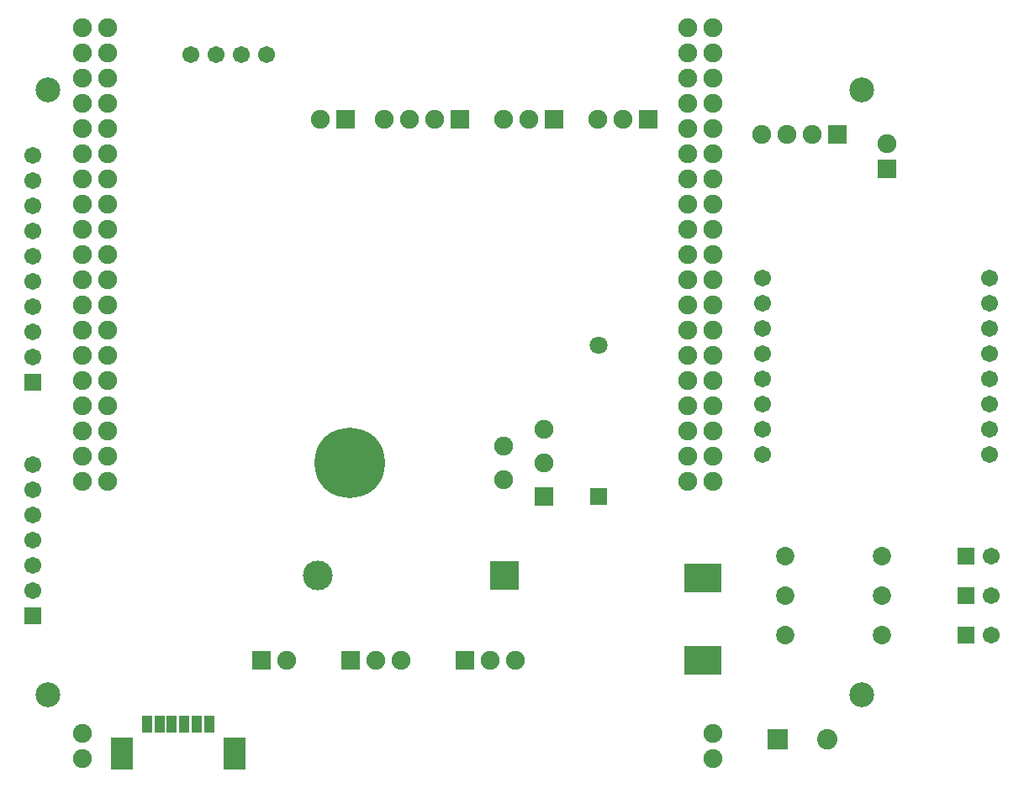
<source format=gts>
G04 DipTrace 3.0.0.2*
G04 TopMask.gts*
%MOIN*%
G04 #@! TF.FileFunction,Soldermask,Top*
G04 #@! TF.Part,Single*
%ADD34C,0.098425*%
%ADD44C,0.072993*%
%ADD46C,0.279686*%
%ADD48R,0.090709X0.126142*%
%ADD50R,0.039528X0.071024*%
%ADD52C,0.067087*%
%ADD54R,0.074961X0.074961*%
%ADD56C,0.118268*%
%ADD58R,0.118268X0.118268*%
%ADD60R,0.149764X0.114331*%
%ADD62R,0.067087X0.067087*%
%ADD64C,0.067087*%
%ADD66C,0.071024*%
%ADD68R,0.071024X0.071024*%
%ADD70C,0.080867*%
%ADD72R,0.080867X0.080867*%
%ADD74C,0.074961*%
%FSLAX26Y26*%
G04*
G70*
G90*
G75*
G01*
G04 TopMask*
%LPD*%
D74*
X2755906Y1259843D3*
Y1359843D3*
Y1459843D3*
Y1559843D3*
Y1659843D3*
Y1759843D3*
Y1859843D3*
Y1959843D3*
Y2059843D3*
Y2159843D3*
Y2259843D3*
Y2359843D3*
Y2459843D3*
Y2559843D3*
Y2659843D3*
Y2759843D3*
Y2859843D3*
Y2959843D3*
Y3059843D3*
X2655906D3*
Y2959843D3*
Y2859843D3*
Y2759843D3*
Y2659843D3*
Y2559843D3*
Y2459843D3*
Y2359843D3*
Y2259843D3*
Y2159843D3*
Y2059843D3*
Y1959843D3*
Y1859843D3*
Y1759843D3*
Y1659843D3*
Y1559843D3*
Y1459843D3*
Y1359843D3*
Y1259843D3*
X355906D3*
Y1359843D3*
Y1459843D3*
Y1559843D3*
Y1659843D3*
Y1759843D3*
Y1859843D3*
Y1959843D3*
Y2059843D3*
Y2159843D3*
Y2259843D3*
Y2359843D3*
Y2459843D3*
Y2559843D3*
Y2659843D3*
Y2759843D3*
Y2859843D3*
Y2959843D3*
Y3059843D3*
X255906D3*
Y2959843D3*
Y2859843D3*
Y2759843D3*
Y2659843D3*
Y2559843D3*
Y2459843D3*
Y2359843D3*
Y2259843D3*
Y2159843D3*
Y2059843D3*
Y1959843D3*
Y1859843D3*
Y1759843D3*
Y1659843D3*
Y1559843D3*
Y1459843D3*
Y1359843D3*
Y1259843D3*
Y159843D3*
X2755906D3*
Y259843D3*
X255906D3*
D72*
X3011811Y236220D3*
D70*
X3208661D3*
D68*
X2303150Y1200787D3*
D66*
Y1800787D3*
D64*
X3858268Y649606D3*
D62*
X3758268D3*
D64*
X3858268Y807087D3*
D62*
X3758268D3*
D64*
X3858268Y964567D3*
D62*
X3758268D3*
D60*
X2716535Y551181D3*
Y877953D3*
D58*
X1929134Y885827D3*
D56*
X1187402D3*
D54*
X1318898Y551181D3*
D74*
X1418898D3*
X1518898D3*
D54*
X1771654D3*
D74*
X1871654D3*
X1971654D3*
D54*
X2125984Y2696850D3*
D74*
X2025984D3*
X1925984D3*
D54*
X2500000D3*
D74*
X2400000D3*
X2300000D3*
D62*
X59055Y728346D3*
D52*
Y828346D3*
Y928346D3*
Y1028346D3*
Y1128346D3*
Y1228346D3*
Y1328346D3*
X2952756Y2066929D3*
Y1966929D3*
Y1866929D3*
Y1766929D3*
Y1666929D3*
Y1566929D3*
Y1466929D3*
Y1366929D3*
X3852756Y2066929D3*
Y1966929D3*
Y1866929D3*
Y1766929D3*
Y1666929D3*
Y1566929D3*
Y1466929D3*
Y1366929D3*
D62*
X59055Y1653543D3*
D52*
Y1753543D3*
Y1853543D3*
Y1953543D3*
Y2053543D3*
Y2153543D3*
Y2253543D3*
Y2353543D3*
Y2453543D3*
Y2553543D3*
D64*
X984252Y2952756D3*
X884252D3*
X784252D3*
X684252D3*
D50*
X511811Y295276D3*
X561024D3*
X610236D3*
X659449D3*
X708661D3*
X757874D3*
D48*
X411417Y181102D3*
X858268D3*
D54*
X1299213Y2696850D3*
D74*
X1199213D3*
D54*
X964567Y551181D3*
D74*
X1064567D3*
D54*
X2086614Y1200787D3*
D74*
X1926772Y1267717D3*
X2086614Y1334646D3*
X1926772Y1401575D3*
X2086633Y1468504D3*
D46*
X1316496Y1334646D3*
D54*
X3444882Y2500000D3*
D74*
Y2600000D3*
D54*
X3248031Y2637795D3*
D74*
X3148031D3*
X3048031D3*
X2948031D3*
D54*
X1751969Y2696850D3*
D74*
X1651969D3*
X1551969D3*
X1451969D3*
D44*
X3425197Y649606D3*
X3041339D3*
X3425197Y807087D3*
X3041339D3*
X3425197Y964567D3*
X3041339D3*
D34*
X118110Y2814961D3*
X3346457D3*
X118110Y413386D3*
X3346457D3*
M02*

</source>
